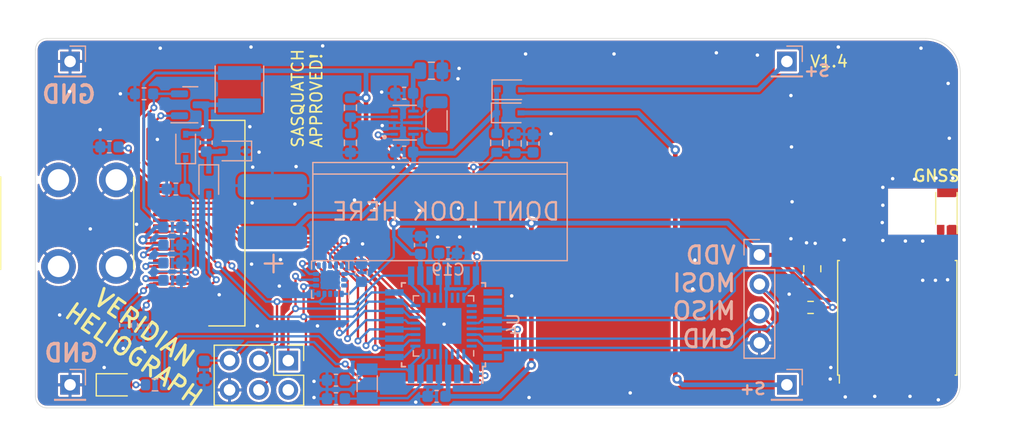
<source format=kicad_pcb>
(kicad_pcb (version 20211014) (generator pcbnew)
  (layers (0 "F.Cu" signal) (31 "B.Cu" signal) (34 "B.Paste" user) (35 "F.Paste" user) (36 "B.SilkS" user "B.Silkscreen") (37 "F.SilkS" user "F.Silkscreen") (38 "B.Mask" user) (39 "F.Mask" user) (44 "Edge.Cuts" user))
  (net 0 "")
  (net 1 "GND")
  (net 2 "VBAT_SENSE")
  (net 3 "VDD")
  (net 4 "GPS_EXINT")
  (net 5 "DISP_CS")
  (net 6 "GPS_UART_MOSI")
  (net 7 "GPS_UART_MISO")
  (net 8 "Net-(D2-Pad2)")
  (net 9 "LED")
  (net 10 "/GPS_RF")
  (net 11 "VBAT")
  (net 12 "Net-(L2-Pad2)")
  (net 21 "RESET")
  (net 28 "SPI_MOSI")
  (net 29 "SPI_CLK")
  (net 30 "SPI_MISO")
  (net 31 "LIS_INT")
  (net 32 "LIS_CS")
  (net 33 "Net-(D1-Pad2)")
  (net 34 "Net-(D3-Pad2)")
  (net 35 "/VCOM")
  (net 36 "/VSL")
  (net 37 "/VSH1")
  (net 38 "/VGL")
  (net 39 "Net-(C22-Pad1)")
  (net 40 "Net-(C22-Pad2)")
  (net 41 "/VGH")
  (net 46 "DISP_BUSY")
  (net 47 "DISP_RES#")
  (net 48 "DISP_DC")
  (net 50 "Net-(C16-Pad1)")
  (net 51 "/VSH2")
  (net 52 "/GDR")
  (net 53 "/RESE")
  (net 54 "Net-(R1-Pad1)")
  (net 55 "Net-(L2-Pad1)")
  (net 77 "XTAL2")
  (net 78 "XTAL1")
  (net 79 "AREF")
  (footprint "Diode_SMD:D_0805_2012Metric" (layer "F.Cu") (at 56.95 80)
    (fp_text reference "D2" hide)
    (fp_text value "LED")
  )
  (footprint "Capacitor_SMD:C_0805_2012Metric" (layer "F.Cu") (at 117.2 69.95 90)
    (fp_text reference "C5" hide)
    (fp_text value "47uF")
  )
  (footprint "Heliograph:M4_RA_7792" (layer "F.Cu") (at 52 66 -90)
    (fp_text reference "J7" hide)
    (fp_text value "Screw_Terminal_01x01")
  )
  (footprint "Capacitor_SMD:C_0402_1005Metric" (layer "F.Cu") (at 128.6 67.75 180)
    (fp_text reference "C1" hide)
    (fp_text value "3.3pF")
  )
  (footprint "RF_GPS:ublox_MAX" (layer "F.Cu") (at 124.55 74.2 90)
    (fp_text reference "U2" hide)
    (fp_text value "MAX-M10Q")
  )
  (footprint "RF_Antenna:Pulse_W3011" (layer "F.Cu") (at 128.8 64.95 180)
    (fp_text reference "AE1" hide)
    (fp_text value "Antenna_Shield")
  )
  (footprint "Resistor_SMD:R_0603_1608Metric" (layer "F.Cu") (at 117.05 73.3)
    (fp_text reference "R7" hide)
    (fp_text value "1M")
  )
  (footprint "Heliograph:ER-CON24HT-1" (layer "F.Cu") (at 62 66 -90)
    (fp_text reference "J1" hide)
    (fp_text value "Conn_01x24_Female")
  )
  (footprint "Connector_PinHeader_2.54mm:PinHeader_2x03_P2.54mm_Vertical" (layer "F.Cu") (at 71.875 77.9 -90)
    (fp_text reference "J4" hide)
    (fp_text value "AVR-ISP-6")
  )
  (footprint "Resistor_SMD:R_0603_1608Metric" (layer "B.Cu") (at 59.4 54.8)
    (fp_text reference "R3" hide)
    (fp_text value "2.2")
  )
  (footprint "Capacitor_SMD:C_0603_1608Metric" (layer "B.Cu") (at 56.4 59.4 180)
    (fp_text reference "C9" hide)
    (fp_text value "1uF")
  )
  (footprint "Capacitor_SMD:C_0603_1608Metric" (layer "B.Cu") (at 62.15 63.05 180)
    (fp_text reference "C20" hide)
    (fp_text value "1uF")
  )
  (footprint "Capacitor_SMD:C_0603_1608Metric" (layer "B.Cu") (at 78.2 70.3 -90)
    (fp_text reference "C26" hide)
    (fp_text value "1uF")
  )
  (footprint "Package_LGA:LGA-16_3x3mm_P0.5mm_LayoutBorder3x5y" (layer "B.Cu") (at 75.5 70.9 90)
    (fp_text reference "U6" hide)
    (fp_text value "LIS3DH" hide)
  )
  (footprint "Capacitor_SMD:C_0603_1608Metric" (layer "B.Cu") (at 76 81.2 180)
    (fp_text reference "C10" hide)
    (fp_text value "11pF")
  )
  (footprint "Connector_PinHeader_2.54mm:PinHeader_1x01_P2.54mm_Vertical" (layer "B.Cu") (at 53 80 180)
    (fp_text reference "J2" hide)
    (fp_text value "GND")
  )
  (footprint "Package_DFN_QFN:QFN-32-1EP_5x5mm_P0.5mm_EP3.1x3.1mm" (layer "B.Cu") (at 85.3 74.9 90)
    (fp_text reference "U3" hide)
    (fp_text value "ATmega328PB-M")
  )
  (footprint "Package_QFP:TQFP-32_7x7mm_P0.8mm" (layer "B.Cu") (at 85.3 74.8 90)
    (fp_text reference "U4")
    (fp_text value "ATmega328PB-A")
  )
  (footprint "Capacitor_SMD:C_0603_1608Metric" (layer "B.Cu") (at 84.7 81 180)
    (fp_text reference "C14" hide)
    (fp_text value "1uF")
  )
  (footprint "Capacitor_SMD:C_0603_1608Metric" (layer "B.Cu") (at 57.8 74.85 90)
    (fp_text reference "C21" hide)
    (fp_text value "1uF")
  )
  (footprint "Resistor_SMD:R_0603_1608Metric" (layer "B.Cu") (at 89.9 59.05 90)
    (fp_text reference "R12" hide)
    (fp_text value "1M")
  )
  (footprint "Inductor_SMD:L_1206_3216Metric" (layer "B.Cu") (at 84.7 57.1 90)
    (fp_text reference "L2" hide)
    (fp_text value "0.47uH")
  )
  (footprint "Connector_PinHeader_2.54mm:PinHeader_1x01_P2.54mm_Vertical" (layer "B.Cu") (at 53 52 180)
    (fp_text reference "J3" hide)
    (fp_text value "GND")
  )
  (footprint "Capacitor_SMD:C_0805_2012Metric" (layer "B.Cu") (at 84.25 52.8 180)
    (fp_text reference "C12" hide)
    (fp_text value "47uF")
  )
  (footprint "Capacitor_SMD:C_0603_1608Metric" (layer "B.Cu") (at 93.05 59.1 -90)
    (fp_text reference "C13" hide)
    (fp_text value "1uF")
  )
  (footprint "Capacitor_SMD:C_0603_1608Metric" (layer "B.Cu") (at 83.3 67.9 90)
    (fp_text reference "C17" hide)
    (fp_text value "1uF")
  )
  (footprint "Capacitor_SMD:C_0603_1608Metric" (layer "B.Cu") (at 61.85 70.95)
    (fp_text reference "C3" hide)
    (fp_text value "1uF")
  )
  (footprint "Capacitor_SMD:C_0603_1608Metric" (layer "B.Cu") (at 64.78 59.025 -90)
    (fp_text reference "C22" hide)
    (fp_text value "1uF")
  )
  (footprint "Diode_SMD:D_SOD-323" (layer "B.Cu") (at 90.95 56.45)
    (fp_text reference "D1" hide)
    (fp_text value "B0530WS-TP")
  )
  (footprint "Heliograph:TPLC3R8-25MR8X20" (layer "B.Cu") (at 74 65)
    (fp_text reference "C8" hide)
    (fp_text value "25F")
  )
  (footprint "Margo_Lib:VREG_TPS63802DLAR" (layer "B.Cu") (at 81.95 57.3)
    (fp_text reference "U1" hide)
    (fp_text value "TPS63802")
  )
  (footprint "Capacitor_SMD:C_0603_1608Metric" (layer "B.Cu") (at 85.7 68.6)
    (fp_text reference "C19")
    (fp_text value "1uF")
  )
  (footprint "Capacitor_SMD:C_0603_1608Metric" (layer "B.Cu") (at 59.35 74.85 -90)
    (fp_text reference "C2" hide)
    (fp_text value "1uF")
  )
  (footprint "Resistor_SMD:R_0603_1608Metric" (layer "B.Cu") (at 77.25 59.05 90)
    (fp_text reference "R4" hide)
    (fp_text value "91k")
  )
  (footprint "Diode_SMD:D_SOD-323" (layer "B.Cu") (at 65 62.45 -90)
    (fp_text reference "D5" hide)
    (fp_text value "B0530WS-TP")
  )
  (footprint "Capacitor_SMD:C_0603_1608Metric" (layer "B.Cu") (at 61.85 67.9)
    (fp_text reference "C16" hide)
    (fp_text value "1uF")
  )
  (footprint "Diode_SMD:D_SOD-323" (layer "B.Cu") (at 91 54.45)
    (fp_text reference "D3" hide)
    (fp_text value "B0530WS-TP")
  )
  (footprint "Diode_SMD:D_SOD-323" (layer "B.Cu") (at 63 59.35 90)
    (fp_text reference "D4" hide)
    (fp_text value "B0530WS-TP")
  )
  (footprint "Capacitor_SMD:C_0603_1608Metric" (layer "B.Cu") (at 64.6 78.7 90)
    (fp_text reference "C18" hide)
    (fp_text value "1uF")
  )
  (footprint "Capacitor_SMD:C_0603_1608Metric" (layer "B.Cu") (at 61.85 69.45)
    (fp_text reference "C6" hide)
    (fp_text value "1uF")
  )
  (footprint "Capacitor_SMD:C_0603_1608Metric" (layer "B.Cu") (at 81.9 54.75)
    (fp_text reference "C11" hide)
    (fp_text value "10nF")
  )
  (footprint "Connector_PinHeader_2.54mm:PinHeader_1x01_P2.54mm_Vertical" (layer "B.Cu") (at 115 52 180)
    (fp_text reference "J6" hide)
    (fp_text value "Solar1+")
  )
  (footprint "Resistor_SMD:R_0603_1608Metric" (layer "B.Cu") (at 60.35 80)
    (fp_text reference "R2" hide)
    (fp_text value "149")
  )
  (footprint "Capacitor_SMD:C_0603_1608Metric" (layer "B.Cu") (at 76 79.6 180)
    (fp_text reference "C4" hide)
    (fp_text value "11pF")
  )
  (footprint "Resistor_SMD:R_0603_1608Metric" (layer "B.Cu") (at 91.5 59.1 -90)
    (fp_text reference "R13" hide)
    (fp_text value "1M")
  )
  (footprint "Connector_PinHeader_2.54mm:PinHeader_1x01_P2.54mm_Vertical" (layer "B.Cu") (at 115 80 180)
    (fp_text reference "J5" hide)
    (fp_text value "Solar2+")
  )
  (footprint "Connector_PinSocket_2.54mm:PinSocket_1x04_P2.54mm_Vertical" (layer "B.Cu") (at 112.625 68.75 180)
    (fp_text reference "J8" hide)
    (fp_text value "Conn_01x04_Male")
  )
  (footprint "Resistor_SMD:R_0603_1608Metric" (layer "B.Cu") (at 77.25 56 90)
    (fp_text reference "R1" hide)
    (fp_text value "432k")
  )
  (footprint "Diode_SMD:D_SOD-323" (layer "B.Cu") (at 67.2 59.75 180)
    (fp_text reference "D6" hide)
    (fp_text value "B0530WS-TP")
  )
  (footprint "Inductor_SMD:L_Taiyo-Yuden_NR-40xx" (layer "B.Cu") (at 67.65 54.4 -90)
    (fp_text reference "L1" hide)
    (fp_text value "47uH")
  )
  (footprint "Package_TO_SOT_SMD:SOT-23" (layer "B.Cu") (at 63.4 55.75)
    (fp_text reference "Q1" hide)
    (fp_text value "Q_NMOS_GSD")
  )
  (footprint "Capacitor_SMD:C_0603_1608Metric" (layer "B.Cu") (at 81.9 59.85)
    (fp_text reference "C7" hide)
    (fp_text value "1uF")
  )
  (footprint "Crystal:Crystal_SMD_3215-2Pin_3.2x1.5mm" (layer "B.Cu") (at 78.7 79.9 -90)
    (fp_text reference "Y1" hide)
    (fp_text value "32.768")
  )
  (footprint "Capacitor_SMD:C_0603_1608Metric" (layer "B.Cu") (at 61.85 66.35 180)
    (fp_text reference "C15" hide)
    (fp_text value "1uF")
  )
  (gr_arc (start 127 50) (mid 129.12132 50.87868) (end 130 53) (layer "Edge.Cuts") (width 0.05))
  (gr_line (start 130 53) (end 130 80) (layer "Edge.Cuts") (width 0.05))
  (gr_arc (start 50 51) (mid 50.292894 50.292894) (end 51 50) (layer "Edge.Cuts") (width 0.05))
  (gr_line (start 128 82) (end 51 82) (layer "Edge.Cuts") (width 0.05))
  (gr_arc (start 51 82) (mid 50.292894 81.707106) (end 50 81) (layer "Edge.Cuts") (width 0.05))
  (gr_arc (start 130 80) (mid 129.414214 81.414214) (end 128 82) (layer "Edge.Cuts") (width 0.05))
  (gr_line (start 50 51) (end 50 81) (layer "Edge.Cuts") (width 0.05))
  (gr_line (start 51 50) (end 127 50) (layer "Edge.Cuts") (width 0.05))
  (gr_text "GND" (at 53.1 77.25) (layer "B.SilkS") (effects (font (size 1.5 1.5) (thickness 0.3)) (justify mirror)))
  (gr_text "S+" (at 117.6 52.8) (layer "B.SilkS") (effects (font (size 1 1) (thickness 0.2)) (justify mirror)))
  (gr_text "S+" (at 112.05 80.35) (layer "B.SilkS") (effects (font (size 1 1) (thickness 0.2)) (justify mirror)))
  (gr_text "GND" (at 52.9 54.85) (layer "B.SilkS") (effects (font (size 1.5 1.5) (thickness 0.3)) (justify mirror)))
  (gr_text "DONT LOOK HERE " (at 84.95 65) (layer "B.SilkS") (effects (font (size 1.5 1.5) (thickness 0.2)) (justify mirror)))
  (gr_text "VDD\nMOSI\nMISO\nGND" (at 110.725 72.4) (layer "B.SilkS") (effects (font (size 1.5 1.5) (thickness 0.25)) (justify left mirror)))
  (gr_text "V1.4" (at 118.65 52) (layer "F.SilkS") (effects (font (size 1 1))))
  (gr_text "VERIDIAN \nHELIOGRAPH" (at 59.2 76.4 325) (layer "F.SilkS") (effects (font (size 1.5 1.5) (thickness 0.25))))
  (gr_text "SASQUATCH \nAPPROVED!" (at 73.5 59.55 90) (layer "F.SilkS") (effects (font (size 1 1)) (justify left)))
  (gr_text "GNSS" (at 127.95 61.9) (layer "F.SilkS") (effects (font (size 1 1) (thickness 0.18))))
  (via (at 72.55 61.1) (size 0.6) (drill 0.3) (layers "F.Cu" "B.Cu") (net 1))
  (via (at 55.95 78.5) (size 0.6) (drill 0.3) (layers "F.Cu" "B.Cu") (net 1))
  (via (at 74.1 79.7) (size 0.6) (drill 0.3) (layers "F.Cu" "B.Cu") (net 1))
  (via (at 115.45 64.15) (size 0.6) (drill 0.3) (layers "F.Cu" "B.Cu") (net 1))
  (via (at 84.8 67.2) (size 0.6) (drill 0.3) (layers "F.Cu" "B.Cu") (net 1))
  (via (at 123.3 64.45) (size 0.6) (drill 0.3) (layers "F.Cu" "B.Cu") (net 1))
  (via (at 128.95 53.9) (size 0.6) (drill 0.3) (layers "F.Cu" "B.Cu") (net 1))
  (via (at 74.1 81.1) (size 0.6) (drill 0.3) (layers "F.Cu" "B.Cu") (net 1))
  (via (at 119.95 67.45) (size 0.6) (drill 0.3) (layers "F.Cu" "B.Cu") (net 1))
  (via (at 112.45 51.45) (size 0.6) (drill 0.3) (layers "F.Cu" "B.Cu") (net 1))
  (via (at 68.65 50.75) (size 0.6) (drill 0.3) (layers "F.Cu" "B.Cu") (net 1))
  (via (at 115.35 54.95) (size 0.6) (drill 0.3) (layers "F.Cu" "B.Cu") (net 1))
  (via (at 86.6 64.7) (size 0.6) (drill 0.3) (layers "F.Cu" "B.Cu") (net 1))
  (via (at 80 57.55) (size 0.6) (drill 0.3) (layers "F.Cu" "B.Cu") (net 1))
  (via (at 92.4 51.35) (size 0.6) (drill 0.3) (layers "F.Cu" "B.Cu") (net 1))
  (via (at 126.05 62.2) (size 0.6) (drill 0.3) (layers "F.Cu" "B.Cu") (net 1))
  (via (at 68.75 64.25) (size 0.6) (drill 0.3) (layers "F.Cu" "B.Cu") (net 1))
  (via (at 74.85 50.65) (size 0.6) (drill 0.3) (layers "F.Cu" "B.Cu") (net 1))
  (via (at 83.2 64.9) (size 0.6) (drill 0.3) (layers "F.Cu" "B.Cu") (net 1))
  (via (at 128.1 81.3) (size 0.6) (drill 0.3) (layers "F.Cu" "B.Cu") (net 1))
  (via (at 69.2 74.9) (size 0.6) (drill 0.3) (layers "F.Cu" "B.Cu") (net 1))
  (via (at 118.75 79.5) (size 0.6) (drill 0.3) (layers "F.Cu" "B.Cu") (net 1))
  (via (at 119.45 50.75) (size 0.6) (drill 0.3) (layers "F.Cu" "B.Cu") (net 1))
  (via (at 59.2 76.75) (size 0.6) (drill 0.3) (layers "F.Cu" "B.Cu") (net 1))
  (via (at 68.55 57.65) (size 0.6) (drill 0.3) (layers "F.Cu" "B.Cu") (net 1))
  (via (at 82.9 81.5) (size 0.6) (drill 0.3) (layers "F.Cu" "B.Cu") (net 1))
  (via (at 92.7 81.1) (size 0.6) (drill 0.3) (layers "F.Cu" "B.Cu") (net 1))
  (via (at 126.75 70.95) (size 0.6) (drill 0.3) (layers "F.Cu" "B.Cu") (net 1))
  (via (at 52.95 54.6) (size 0.6) (drill 0.3) (layers "F.Cu" "B.Cu") (net 1))
  (via (at 125.25 67.55) (size 0.6) (drill 0.3) (layers "F.Cu" "B.Cu") (net 1))
  (via (at 106.85 71.7) (size 0.6) (drill 0.3) (layers "F.Cu" "B.Cu") (net 1))
  (via (at 122.6 81) (size 0.6) (drill 0.3) (layers "F.Cu" "B.Cu") (net 1))
  (via (at 80.95 61.15) (size 0.6) (drill 0.3) (layers "F.Cu" "B.Cu") (net 1))
  (via (at 60.55 58.75) (size 0.6) (drill 0.3) (layers "F.Cu" "B.Cu") (net 1))
  (via (at 128.9 70.9) (size 0.6) (drill 0.3) (layers "F.Cu" "B.Cu") (net 1))
  (via (at 127.85 70.95) (size 0.6) (drill 0.3) (layers "F.Cu" "B.Cu") (net 1))
  (via (at 107.05 69.2) (size 0.6) (drill 0.3) (layers "F.Cu" "B.Cu") (net 1))
  (via (at 125.65 81) (size 0.6) (drill 0.3) (layers "F.Cu" "B.Cu") (net 1))
  (via (at 57.35 54.8) (size 0.6) (drill 0.3) (layers "F.Cu" "B.Cu") (net 1))
  (via (at 94.6 58.25) (size 0.6) (drill 0.3) (layers "F.Cu" "B.Cu") (net 1))
  (via (at 100.05 51.35) (size 0.6) (drill 0.3) (layers "F.Cu" "B.Cu") (net 1))
  (via (at 55.6 57.9) (size 0.6) (drill 0.3) (layers "F.Cu" "B.Cu") (net 1))
  (via (at 126.75 67.55) (size 0.6) (drill 0.3) (layers "F.Cu" "B.Cu") (net 1))
  (via (at 123.3 62.9) (size 0.6) (drill 0.3) (layers "F.Cu" "B.Cu") (net 1))
  (via (at 126.6 50.85) (size 0.6) (drill 0.3) (layers "F.Cu" "B.Cu") (net 1))
  (via (at 54.75 66.5) (size 0.6) (drill 0.3) (layers "F.Cu" "B.Cu") (net 1))
  (via (at 74.4 74.9) (size 0.6) (drill 0.3) (layers "F.Cu" "B.Cu") (net 1))
  (via (at 115.2 72.15) (size 0.6) (drill 0.3) (layers "F.Cu" "B.Cu") (net 1))
  (via (at 79.95 54.65) (size 0.6) (drill 0.3) (layers "F.Cu" "B.Cu") (net 1))
  (via (at 71.2 69.1595) (size 0.6) (drill 0.3) (layers "F.Cu" "B.Cu") (net 1))
  (via (at 117.45 67.75) (size 0.6) (drill 0.3) (layers "F.Cu" "B.Cu") (net 1))
  (via (at 91.2 72.3) (size 0.6) (drill 0.3) (layers "F.Cu" "B.Cu") (net 1))
  (via (at 58.75 66.1) (size 0.6) (drill 0.3) (layers "F.Cu" "B.Cu") (net 1))
  (via (at 68.7 69.55) (size 0.6) (drill 0.3) (layers "F.Cu" "B.Cu") (net 1))
  (via (at 65.9 72.2) (size 0.6) (drill 0.3) (layers "F.Cu" "B.Cu") (net 1))
  (via (at 108.9 51.25) (size 0.6) (drill 0.3) (layers "F.Cu" "B.Cu") (net 1))
  (via (at 123.3 67.5) (size 0.6) (drill 0.3) (layers "F.Cu" "B.Cu") (net 1))
  (via (at 115.35 67.35) (size 0.6) (drill 0.3) (layers "F.Cu" "B.Cu") (net 1))
  (via (at 118.8 78.5) (size 0.6) (drill 0.3) (layers "F.Cu" "B.Cu") (net 1))
  (via (at 86.65 52.6) (size 0.6) (drill 0.3) (layers "F.Cu" "B.Cu") (net 1))
  (via (at 57.6 76.85) (size 0.6) (drill 0.3) (layers "F.Cu" "B.Cu") (net 1))
  (via (at 129.35 62.1) (size 0.6) (drill 0.3) (layers "F.Cu" "B.Cu") (net 1))
  (via (at 69.35 59.85) (size 0.6) (drill 0.3) (layers "F.Cu" "B.Cu") (net 1))
  (via (at 115.4 59.4) (size 0.6) (drill 0.3) (layers "F.Cu" "B.Cu") (net 1))
  (via (at 129.05 58.65) (size 0.6) (drill 0.3) (layers "F.Cu" "B.Cu") (net 1))
  (via (at 127.9 62.1) (size 0.6) (drill 0.3) (layers "F.Cu" "B.Cu") (net 1))
  (via (at 124.15 62.15) (size 0.6) (drill 0.3) (layers "F.Cu" "B.Cu") (net 1))
  (via (at 68.8 61.15) (size 0.6) (drill 0.3) (layers "F.Cu" "B.Cu") (net 1))
  (via (at 77.6 64) (size 0.6) (drill 0.3) (layers "F.Cu" "B.Cu") (net 1))
  (via (at 52.1 73.95) (size 0.6) (drill 0.3) (layers "F.Cu" "B.Cu") (net 1))
  (via (at 86.55 53.5) (size 0.6) (drill 0.3) (layers "F.Cu" "B.Cu") (net 1))
  (via (at 71.1 71.45) (size 0.6) (drill 0.3) (layers "F.Cu" "B.Cu") (net 1))
  (via (at 86.7 67.2) (size 0.6) (drill 0.3) (layers "F.Cu" "B.Cu") (net 1))
  (via (at 72.45 64.35) (size 0.6) (drill 0.3) (layers "F.Cu" "B.Cu") (net 1))
  (via (at 60.8 50.85) (size 0.6) (drill 0.3) (layers "F.Cu" "B.Cu") (net 1))
  (via (at 123.25 65.95) (size 0.6) (drill 0.3) (layers "F.Cu" "B.Cu") (net 1))
  (via (at 78.3 67.8) (size 0.6) (drill 0.3) (layers "F.Cu" "B.Cu") (net 1))
  (via (at 120.05 81.05) (size 0.6) (drill 0.3) (layers "F.Cu" "B.Cu") (net 1))
  (via (at 101.45 80.7) (size 0.6) (drill 0.3) (layers "F.Cu" "B.Cu") (net 1))
  (via (at 116.7 67.7) (size 0.6) (drill 0.3) (layers "F.Cu" "B.Cu") (net 1))
  (via (at 85.35 74.75) (size 0.6) (drill 0.3) (layers "F.Cu" "B.Cu") (net 1))
  (segment (start 81.7 59.275) (end 81.125 59.85) (width 0.2) (layer "B.Cu") (net 1))
  (segment (start 81.7 57.3) (end 81.7 55.325) (width 0.2) (layer "B.Cu") (net 1))
  (segment (start 85.35 74.75) (end 85.3 74.8) (width 0.2) (layer "B.Cu") (net 1))
  (segment (start 85.05 78.9) (end 84.9 79.05) (width 0.2) (layer "B.Cu") (net 1))
  (segment (start 81.7 57.3) (end 81.05 57.3) (width 0.2) (layer "B.Cu") (net 1))
  (segment (start 84.9 79.05) (end 84.9 80.025) (width 0.2) (layer "B.Cu") (net 1))
  (segment (start 85.55 74.55) (end 85.35 74.75) (width 0.2) (layer "B.Cu") (net 1))
  (segment (start 85.55 70.7) (end 85.7 70.55) (width 0.2) (layer "B.Cu") (net 1))
  (segment (start 85.55 72.3625) (end 85.55 74.55) (width 0.2) (layer "B.Cu") (net 1))
  (segment (start 85.55 72.3625) (end 85.55 70.7) (width 0.2) (layer "B.Cu") (net 1))
  (segment (start 85.05 77.2375) (end 85.05 75.05) (width 0.2) (layer "B.Cu") (net 1))
  (segment (start 82.5 57.3) (end 81.7 57.3) (width 0.2) (layer "B.Cu") (net 1))
  (segment (start 85.7 70.55) (end 85.7 69.375) (width 0.2) (layer "B.Cu") (net 1))
  (segment (start 84.9 80.025) (end 83.925 81) (width 0.2) (layer "B.Cu") (net 1))
  (segment (start 81.7 55.325) (end 81.125 54.75) (width 0.2) (layer "B.Cu") (net 1))
  (segment (start 81.7 57.3) (end 81.7 59.275) (width 0.2) (layer "B.Cu") (net 1))
  (segment (start 85.7 69.375) (end 86.475 68.6) (width 0.2) (layer "B.Cu") (net 1))
  (segment (start 85.05 75.05) (end 85.3 74.8) (width 0.2) (layer "B.Cu") (net 1))
  (segment (start 85.05 77.2375) (end 85.05 78.9) (width 0.2) (layer "B.Cu") (net 1))
  (segment (start 82.55 61.25) (end 79.65 58.35) (width 0.2) (layer "F.Cu") (net 2))
  (segment (start 87.9 61.15) (end 87.9 68.6) (width 0.2) (layer "F.Cu") (net 2))
  (segment (start 87.8 61.25) (end 82.55 61.25) (width 0.2) (layer "F.Cu") (net 2))
  (segment (start 87.9 68.6) (end 88.2 68.9) (width 0.2) (layer "F.Cu") (net 2))
  (segment (start 87.9 61.15) (end 87.8 61.25) (width 0.2) (layer "F.Cu") (net 2))
  (via (at 87.9 61.15) (size 0.6) (drill 0.3) (layers "F.Cu" "B.Cu") (net 2))
  (via (at 88.2 68.9) (size 0.6) (drill 0.3) (layers "F.Cu" "B.Cu") (net 2))
  (via (at 79.65 58.35) (size 0.6) (drill 0.3) (layers "F.Cu" "B.Cu") (net 2))
  (segment (start 88.2 68.9) (end 88.2 70.45) (width 0.2) (layer "B.Cu") (net 2))
  (segment (start 88.625 61.15) (end 89.9 59.875) (width 0.2) (layer "B.Cu") (net 2))
  (segment (start 87.9 61.15) (end 88.625 61.15) (width 0.2) (layer "B.Cu") (net 2))
  (segment (start 88.2 70.45) (end 88.1 70.55) (width 0.2) (layer "B.Cu") (net 2))
  (segment (start 88.1 71.3125) (end 88.1 70.55) (width 0.2) (layer "B.Cu") (net 2))
  (segment (start 87.05 72.3625) (end 88.1 71.3125) (width 0.2) (layer "B.Cu") (net 2))
  (segment (start 79.7 58.3) (end 81.05 58.3) (width 0.2) (layer "B.Cu") (net 2))
  (segment (start 79.65 58.35) (end 79.7 58.3) (width 0.2) (layer "B.Cu") (net 2))
  (segment (start 93.05 59.875) (end 89.9 59.875) (width 0.2) (layer "B.Cu") (net 2))
  (segment (start 125.65 78.95) (end 125.65 74.9) (width 0.35) (layer "F.Cu") (net 3))
  (segment (start 127.85 78.95) (end 127.85 77.1) (width 0.35) (layer "F.Cu") (net 3))
  (segment (start 125.65 74.9) (end 124.15 73.4) (width 0.35) (layer "F.Cu") (net 3))
  (segment (start 59.6 67.75) (end 59.3 67.45) (width 0.2) (layer "F.Cu") (net 3))
  (segment (start 127.85 77.1) (end 126.75 76) (width 0.35) (layer "F.Cu") (net 3))
  (segment (start 126.75 76) (end 125.65 74.9) (width 0.35) (layer "F.Cu") (net 3))
  (segment (start 112.625 68.75) (end 113.95 68.75) (width 0.35) (layer "F.Cu") (net 3))
  (segment (start 117.2 70.9) (end 118.4 72.1) (width 0.35) (layer "F.Cu") (net 3))
  (segment (start 118.4 72.1) (end 122.85 72.1) (width 0.35) (layer "F.Cu") (net 3))
  (segment (start 78.6 55.15) (end 78.6 63.6) (width 0.4) (layer "F.Cu") (net 3))
  (segment (start 78.6 63.6) (end 81 66) (width 0.4) (layer "F.Cu") (net 3))
  (segment (start 60.8 67.75) (end 59.6 67.75) (width 0.2) (layer "F.Cu") (net 3))
  (segment (start 92.9 78.3) (end 92.9 66) (width 0.4) (layer "F.Cu") (net 3))
  (segment (start 122.85 72.1) (end 124.15 73.4) (width 0.35) (layer "F.Cu") (net 3))
  (segment (start 126.75 78.95) (end 126.75 76) (width 0.35) (layer "F.Cu") (net 3))
  (segment (start 113.95 68.75) (end 116.1 70.9) (width 0.35) (layer "F.Cu") (net 3))
  (segment (start 116.1 70.9) (end 117.2 70.9) (width 0.35) (layer "F.Cu") (net 3))
  (segment (start 60.8 67.25) (end 59.5 67.25) (width 0.2) (layer "F.Cu") (net 3))
  (segment (start 59.5 67.25) (end 59.3 67.45) (width 0.2) (layer "F.Cu") (net 3))
  (via (at 92.9 66) (size 0.8) (drill 0.4) (layers "F.Cu" "B.Cu") (net 3))
  (via (at 78.6 55.15) (size 0.8) (drill 0.4) (layers "F.Cu" "B.Cu") (net 3))
  (via (at 59.3 67.45) (size 0.8) (drill 0.4) (layers "F.Cu" "B.Cu") (net 3))
  (via (at 81 66) (size 0.8) (drill 0.4) (layers "F.Cu" "B.Cu") (net 3))
  (via (at 92.9 78.3) (size 0.8) (drill 0.4) (layers "F.Cu" "B.Cu") (net 3))
  (segment (start 61.075 66.35) (end 59.37452 64.64952) (width 0.25) (layer "B.Cu") (net 3))
  (segment (start 78.2 71.075) (end 77.15 72.125) (width 0.2) (layer "B.Cu") (net 3))
  (segment (start 81 67.2) (end 82.475 68.675) (width 0.3) (layer "B.Cu") (net 3))
  (segment (start 85.7 79.05) (end 85.55 78.9) (width 0.2) (layer "B.Cu") (net 3))
  (segment (start 76.725 70.4) (end 77.525 70.4) (width 0.2) (layer "B.Cu") (net 3))
  (segment (start 92.9 66) (end 109.875 66) (width 0.4) (layer "B.Cu") (net 3))
  (segment (start 61.075 66.35) (end 60.4 66.35) (width 0.35) (layer "B.Cu") (net 3))
  (segment (start 60.4 66.35) (end 59.3 67.45) (width 0.35) (layer "B.Cu") (net 3))
  (segment (start 85.7 79.05) (end 85.7 80.775) (width 0.4) (layer "B.Cu") (net 3))
  (segment (start 78.6 52.9) (end 78.6 55.15) (width 0.4) (layer "B.Cu") (net 3))
  (segment (start 85.55 78.9) (end 85.55 77.2375) (width 0.2) (layer "B.Cu") (net 3))
  (segment (start 60.35 53) (end 67.65 53) (width 0.25) (layer "B.Cu") (net 3))
  (segment (start 81 68.926789) (end 81 67.2) (width 0.2) (layer "B.Cu") (net 3))
  (segment (start 83.3 70.55) (end 83.3 68.675) (width 0.4) (layer "B.Cu") (net 3))
  (segment (start 59.37452 53.97548) (end 60.35 53) (width 0.25) (layer "B.Cu") (net 3))
  (segment (start 59.37452 64.64952) (end 59.37452 53.97548) (width 0.25) (layer "B.Cu") (net 3))
  (segment (start 78.575 55.175) (end 78.6 55.15) (width 0.35) (layer "B.Cu") (net 3))
  (segment (start 82.7 54.775) (end 82.675 54.75) (width 0.2) (layer "B.Cu") (net 3))
  (segment (start 77.525 70.4) (end 78.2 71.075) (width 0.2) (layer "B.Cu") (net 3))
  (segment (start 67.85 52.8) (end 67.65 53) (width 0.4) (layer "B.Cu") (net 3))
  (segment (start 81 66) (end 81 67.2) (width 0.3) (layer "B.Cu") (net 3))
  (segment (start 111.7 67.825) (end 112.625 68.75) (width 0.3) (layer "B.Cu") (net 3))
  (segment (start 109.875 66) (end 112.625 68.75) (width 0.4) (layer "B.Cu") (net 3))
  (segment (start 84.05 72.013027) (end 83.3 71.263027) (width 0.2) (layer "B.Cu") (net 3))
  (segment (start 85.7 80.775) (end 85.475 81) (width 0.2) (layer "B.Cu") (net 3))
  (segment (start 83.3 71.263027) (end 83.3 70.55) (width 0.2) (layer "B.Cu") (net 3))
  (segment (start 78.851789 71.075) (end 81 68.926789) (width 0.2) (layer "B.Cu") (net 3))
  (segment (start 82.7 56.3) (end 82.7 54.775) (width 0.25) (layer "B.Cu") (net 3))
  (segment (start 85.475 81) (end 90.2 81) (width 0.4) (layer "B.Cu") (net 3))
  (segment (start 78.7 52.8) (end 67.85 52.8) (width 0.4) (layer "B.Cu") (net 3))
  (segment (start 82.475 68.675) (end 83.3 68.675) (width 0.3) (layer "B.Cu") (net 3))
  (segment (start 90.2 81) (end 92.9 78.3) (width 0.4) (layer "B.Cu") (net 3))
  (segment (start 82.675 54.75) (end 82.675 52.9) (width 0.4) (layer "B.Cu") (net 3))
  (segment (start 78.2 71.075) (end 78.851789 71.075) (width 0.2) (layer "B.Cu") (net 3))
  (segment (start 77.15 72.125) (end 76.5 72.125) (width 0.2) (layer "B.Cu") (net 3))
  (segment (start 84.05 72.4625) (end 84.05 72.013027) (width 0.2) (layer "B.Cu") (net 3))
  (segment (start 77.25 55.175) (end 78.575 55.175) (width 0.35) (layer "B.Cu") (net 3))
  (segment (start 81 66) (end 92.9 66) (width 0.4) (layer "B.Cu") (net 3))
  (segment (start 82.775 52.8) (end 78.7 52.8) (width 0.4) (layer "B.Cu") (net 3))
  (segment (start 118.95 73.3) (end 117.875 73.3) (width 0.2) (layer "F.Cu") (net 4))
  (segment (start 124.55 76.1) (end 121.75 73.3) (width 0.2) (layer "F.Cu") (net 4))
  (segment (start 124.55 78.95) (end 124.55 76.1) (width 0.2) (layer "F.Cu") (net 4))
  (segment (start 121.75 73.3) (end 118.95 73.3) (width 0.2) (layer "F.Cu") (net 4))
  (via (at 118.95 73.3) (size 0.6) (drill 0.3) (layers "F.Cu" "B.Cu") (net 4))
  (segment (start 107.945913 74.4) (end 110.5 71.845913) (width 0.2) (layer "B.Cu") (net 4))
  (segment (start 111.2 70.1) (end 115.75 70.1) (width 0.2) (layer "B.Cu") (net 4))
  (segment (start 89.55 74.4) (end 107.945913 74.4) (width 0.2) (layer "B.Cu") (net 4))
  (segment (start 88.35 74.65) (end 87.7375 74.65) (width 0.2) (layer "B.Cu") (net 4))
  (segment (start 88.6 74.4) (end 88.35 74.65) (width 0.2) (layer "B.Cu") (net 4))
  (segment (start 89.55 74.4) (end 88.6 74.4) (width 0.2) (layer "B.Cu") (net 4))
  (segment (start 115.75 70.1) (end 118.95 73.3) (width 0.2) (layer "B.Cu") (net 4))
  (segment (start 110.5 71.845913) (end 110.5 70.8) (width 0.2) (layer "B.Cu") (net 4))
  (segment (start 110.5 70.8) (end 111.2 70.1) (width 0.2) (layer "B.Cu") (net 4))
  (segment (start 67.391238 68.6) (end 74.6 68.6) (width 0.2) (layer "F.Cu") (net 5))
  (segment (start 60.8 65.75) (end 64.541238 65.75) (width 0.2) (layer "F.Cu") (net 5))
  (segment (start 74.6 68.6) (end 77 71) (width 0.2) (layer "F.Cu") (net 5))
  (segment (start 77 71) (end 77 76) (width 0.2) (layer "F.Cu") (net 5))
  (segment (start 64.541238 65.75) (end 67.391238 68.6) (width 0.2) (layer "F.Cu") (net 5))
  (via (at 77 76) (size 0.6) (drill 0.3) (layers "F.Cu" "B.Cu") (net 5))
  (segment (start 82.8625 74.65) (end 82.25 74.65) (width 0.2) (layer "B.Cu") (net 5))
  (segment (start 82 74.4) (end 81.05 74.4) (width 0.2) (layer "B.Cu") (net 5))
  (segment (start 78.6 74.4) (end 77 76) (width 0.2) (layer "B.Cu") (net 5))
  (segment (start 81.05 74.4) (end 78.6 74.4) (width 0.2) (layer "B.Cu") (net 5))
  (segment (start 82.25 74.65) (end 82 74.4) (width 0.2) (layer "B.Cu") (net 5))
  (segment (start 112.625 71.29) (end 112.625 71.6575) (width 0.2) (layer "F.Cu") (net 6))
  (segment (start 115.7175 74.75) (end 120.1 74.75) (width 0.2) (layer "F.Cu") (net 6))
  (segment (start 120.1 74.75) (end 122.35 77) (width 0.2) (layer "F.Cu") (net 6))
  (segment (start 112.625 71.6575) (end 115.7175 74.75) (width 0.2) (layer "F.Cu") (net 6))
  (segment (start 122.35 77) (end 122.35 78.95) (width 0.2) (layer "F.Cu") (net 6))
  (segment (start 89.55 76.8) (end 110.2 76.8) (width 0.2) (layer "B.Cu") (net 6))
  (segment (start 88.880405 76.8) (end 89.55 76.8) (width 0.2) (layer "B.Cu") (net 6))
  (segment (start 113.2 75.2) (end 114 74.4) (width 0.2) (layer "B.Cu") (net 6))
  (segment (start 111.8 75.2) (end 113.2 75.2) (width 0.2) (layer "B.Cu") (net 6))
  (segment (start 110.2 76.8) (end 111.8 75.2) (width 0.2) (layer "B.Cu") (net 6))
  (segment (start 88.230405 76.15) (end 88.880405 76.8) (width 0.2) (layer "B.Cu") (net 6))
  (segment (start 87.7375 76.15) (end 88.230405 76.15) (width 0.2) (layer "B.Cu") (net 6))
  (segment (start 114 74.4) (end 114 72.665) (width 0.2) (layer "B.Cu") (net 6))
  (segment (start 114 72.665) (end 112.625 71.29) (width 0.2) (layer "B.Cu") (net 6))
  (segment (start 121.25 78.95) (end 121.25 77.9) (width 0.2) (layer "F.Cu") (net 7))
  (segment (start 114.445 75.65) (end 112.625 73.83) (width 0.2) (layer "F.Cu") (net 7))
  (segment (start 119 75.65) (end 114.445 75.65) (width 0.2) (layer "F.Cu") (net 7))
  (segment (start 121.25 77.9) (end 119 75.65) (width 0.2) (layer "F.Cu") (net 7))
  (segment (start 87.7375 75.65) (end 88.405978 75.65) (width 0.2) (layer "B.Cu") (net 7))
  (segment (start 89.55 76) (end 109.9775 76) (width 0.2) (layer "B.Cu") (net 7))
  (segment (start 88.405978 75.65) (end 88.755978 76) (width 0.2) (layer "B.Cu") (net 7))
  (segment (start 112.1475 73.83) (end 112.625 73.83) (width 0.2) (layer "B.Cu") (net 7))
  (segment (start 109.9775 76) (end 112.1475 73.83) (width 0.2) (layer "B.Cu") (net 7))
  (segment (start 88.755978 76) (end 89.55 76) (width 0.2) (layer "B.Cu") (net 7))
  (segment (start 57.8875 80) (end 58.7 80) (width 0.2) (layer "F.Cu") (net 8))
  (via (at 58.7 80) (size 0.6) (drill 0.3) (layers "F.Cu" "B.Cu") (net 8))
  (segment (start 58.7 80) (end 59.525 80) (width 0.2) (layer "B.Cu") (net 8))
  (segment (start 76.3 77.6) (end 74.5 75.8) (width 0.2) (layer "B.Cu") (net 9))
  (segment (start 82.8625 76.65) (end 81.9125 77.6) (width 0.2) (layer "B.Cu") (net 9))
  (segment (start 81.9125 77.6) (end 81.05 77.6) (width 0.2) (layer "B.Cu") (net 9))
  (segment (start 74.5 75.8) (end 62.4 75.8) (width 0.2) (layer "B.Cu") (net 9))
  (segment (start 62.4 75.8) (end 61.175 77.025) (width 0.2) (layer "B.Cu") (net 9))
  (segment (start 61.175 77.025) (end 61.175 80) (width 0.2) (layer "B.Cu") (net 9))
  (segment (start 81.05 77.6) (end 76.3 77.6) (width 0.2) (layer "B.Cu") (net 9))
  (segment (start 89.9 56.45) (end 89.75 56.45) (width 0.35) (layer "B.Cu") (net 11))
  (segment (start 86.25 59.95) (end 89.75 56.45) (width 0.4) (layer "B.Cu") (net 11))
  (segment (start 82.675 59.85) (end 82.775 59.95) (width 0.4) (layer "B.Cu") (net 11))
  (segment (start 89.9 58.225) (end 89.9 56.45) (width 0.4) (layer "B.Cu") (net 11))
  (segment (start 82.7 58.3) (end 82.7 59.825) (width 0.25) (layer "B.Cu") (net 11))
  (segment (start 82.775 59.95) (end 86.25 59.95) (width 0.4) (layer "B.Cu") (net 11))
  (segment (start 73.65 65.4) (end 71.8 67.25) (width 0.4) (layer "B.Cu") (net 11))
  (segment (start 89.9 54.45) (end 89.9 56.45) (width 0.4) (layer "B.Cu") (net 11))
  (segment (start 82.725 60.925) (end 78.25 65.4) (width 0.4) (layer "B.Cu") (net 11))
  (segment (start 71.8 67.25) (end 69.5 67.25) (width 0.4) (layer "B.Cu") (net 11))
  (segment (start 78.25 65.4) (end 73.65 65.4) (width 0.4) (layer "B.Cu") (net 11))
  (segment (start 82.725 59.85) (end 82.725 60.925) (width 0.4) (layer "B.Cu") (net 11))
  (segment (start 83.425 56.8) (end 84.7 55.525) (width 0.2) (layer "B.Cu") (net 12))
  (segment (start 82.7 56.8) (end 83.425 56.8) (width 0.2) (layer "B.Cu") (net 12))
  (segment (start 89.5 80) (end 91.7 77.8) (width 0.2) (layer "F.Cu") (net 21))
  (segment (start 78.6 80) (end 89.5 80) (width 0.2) (layer "F.Cu") (net 21))
  (segment (start 76.8 78.2) (end 78.6 80) (width 0.2) (layer "F.Cu") (net 21))
  (segment (start 91.7 77.8) (end 91.7 75.2) (width 0.2) (layer "F.Cu") (net 21))
  (via (at 91.7 75.2) (size 0.6) (drill 0.3) (layers "F.Cu" "B.Cu") (net 21))
  (via (at 76.8 78.2) (size 0.6) (drill 0.3) (layers "F.Cu" "B.Cu") (net 21))
  (segment (start 76.8 78.2) (end 76 78.2) (width 0.2) (layer "B.Cu") (net 21))
  (segment (start 76 78.2) (end 74.1 76.3) (width 0.2) (layer "B.Cu") (net 21))
  (segment (start 64.6 77.925) (end 64.625 77.9) (width 0.2) (layer "B.Cu") (net 21))
  (segment (start 74.1 76.3) (end 68.395 76.3) (width 0.2) (layer "B.Cu") (net 21))
  (segment (start 68.395 76.3) (end 66.795 77.9) (width 0.2) (layer "B.Cu") (net 21))
  (segment (start 87.7375 75.15) (end 89.5 75.15) (width 0.2) (layer "B.Cu") (net 21))
  (segment (start 89.55 75.2) (end 91.7 75.2) (width 0.2) (layer "B.Cu") (net 21))
  (segment (start 89.5 75.15) (end 89.55 75.2) (width 0.2) (layer "B.Cu") (net 21))
  (segment (start 64.625 77.9) (end 66.795 77.9) (width 0.2) (layer "B.Cu") (net 21))
  (segment (start 62.95 66.75) (end 65.8 69.6) (width 0.2) (layer "F.Cu") (net 28))
  (segment (start 72.9 79.2) (end 73.4 78.7) (width 0.2) (layer "F.Cu") (net 28))
  (segment (start 70.575 79.2) (end 72.9 79.2) (width 0.2) (layer "F.Cu") (net 28))
  (segment (start 73.4 74.3) (end 73.2 74.1) (width 0.2) (layer "F.Cu") (net 28))
  (segment (start 73.4 78.7) (end 73.4 74.3) (width 0.2) (layer "F.Cu") (net 28))
  (segment (start 60.8 66.75) (end 62.95 66.75) (width 0.2) (layer "F.Cu") (net 28))
  (segment (start 73.2 74.1) (end 73.2 71.5) (width 0.2) (layer "F.Cu") (net 28))
  (segment (start 69.335 80.44) (end 70.575 79.2) (width 0.2) (layer "F.Cu") (net 28))
  (via (at 73.2 71.5) (size 0.6) (drill 0.3) (layers "F.Cu" "B.Cu") (net 28))
  (via (at 73.2 74.1) (size 0.6) (drill 0.3) (layers "F.Cu" "B.Cu") (net 28))
  (via (at 65.8 69.6) (size 0.6) (drill 0.3) (layers "F.Cu" "B.Cu") (net 28))
  (segment (start 81.719595 72.8) (end 81.05 72.8) (width 0.2) (layer "B.Cu") (net 28))
  (segment (start 73.2 74.1) (end 70.3 74.1) (width 0.2) (layer "B.Cu") (net 28))
  (segment (start 78.791574 72.8) (end 81.05 72.8) (width 0.2) (layer "B.Cu") (net 28))
  (segment (start 70.3 74.1) (end 65.8 69.6) (width 0.2) (layer "B.Cu") (net 28))
  (segment (start 82.16548 73.245885) (end 81.719595 72.8) (width 0.2) (layer "B.Cu") (net 28))
  (segment (start 82.409797 73.65) (end 82.16548 73.405683) (width 0.2) (layer "B.Cu") (net 28))
  (segment (start 74.275 71.4) (end 73.3 71.4) (width 0.2) (layer "B.Cu") (net 28))
  (segment (start 82.16548 73.405683) (end 82.16548 73.245885) (width 0.2) (layer "B.Cu") (net 28))
  (segment (start 77.491574 74.1) (end 78.791574 72.8) (width 0.2) (layer "B.Cu") (net 28))
  (segment (start 82.8625 73.65) (end 82.409797 73.65) (width 0.2) (layer "B.Cu") (net 28))
  (segment (start 73.3 71.4) (end 73.2 71.5) (width 0.2) (layer "B.Cu") (net 28))
  (segment (start 73.2 74.1) (end 77.491574 74.1) (width 0.2) (layer "B.Cu") (net 28))
  (segment (start 60.8 66.25) (end 63.55 66.25) (width 0.2) (layer "F.Cu") (net 29))
  (segment (start 63.55 66.25) (end 67 69.7) (width 0.2) (layer "F.Cu") (net 29))
  (segment (start 70.9 76.335) (end 70.9 72.8) (width 0.2) (layer "F.Cu") (net 29))
  (segment (start 69.335 77.9) (end 70.9 76.335) (width 0.2) (layer "F.Cu") (net 29))
  (via (at 70.9 72.8) (size 0.6) (drill 0.3) (layers "F.Cu" "B.Cu") (net 29))
  (via (at 67 69.7) (size 0.6) (drill 0.3) (layers "F.Cu" "B.Cu") (net 29))
  (segment (start 74.534191 72.8) (end 70.9 72.8) (width 0.2) (layer "B.Cu") (net 29))
  (segment (start 75 72.334191) (end 74.534191 72.8) (width 0.2) (layer "B.Cu") (net 29))
  (segment (start 82.5 70.55) (end 80.024723 70.55) (width 0.2) (layer "B.Cu") (net 29))
  (segment (start 69.95 72.8) (end 67 69.85) (width 0.2) (layer "B.Cu") (net 29))
  (segment (start 75 72.125) (end 75 72.334191) (width 0.2) (layer "B.Cu") (net 29))
  (segment (start 67 69.85) (end 67 69.7) (width 0.2) (layer "B.Cu") (net 29))
  (segment (start 80.024723 70.55) (end 77.574723 73) (width 0.2) (layer "B.Cu") (net 29))
  (segment (start 70.9 72.8) (end 69.95 72.8) (width 0.2) (layer "B.Cu") (net 29))
  (segment (start 83.55 72.3625) (end 82.5 71.3125) (width 0.2) (layer "B.Cu") (net 29))
  (segment (start 77.574723 73) (end 74.734191 73) (width 0.2) (layer "B.Cu") (net 29))
  (segment (start 74.734191 73) (end 74.534191 72.8) (width 0.2) (layer "B.Cu") (net 29))
  (segment (start 82.5 71.3125) (end 82.5 70.55) (width 0.2) (layer "B.Cu") (net 29))
  (segment (start 72.5 73.4) (end 71.875 74.025) (width 0.2) (layer "F.Cu") (net 30))
  (segment (start 71.875 74.025) (end 71.875 77.9) (width 0.2) (layer "F.Cu") (net 30))
  (segment (start 72.5 73.4) (end 72.5 70.6) (width 0.2) (layer "F.Cu") (net 30))
  (via (at 72.5 73.4) (size 0.6) (drill 0.3) (layers "F.Cu" "B.Cu") (net 30))
  (via (at 72.5 70.6) (size 0.6) (drill 0.3) (layers "F.Cu" "B.Cu") (net 30))
  (segment (start 79.083149 72) (end 77.683149 73.4) (width 0.2) (layer "B.Cu") (net 30))
  (segment (start 82.8625 73.15) (end 81.7125 72) (width 0.2) (layer "B.Cu") (net 30))
  (segment (start 74.275 70.9) (end 72.8 70.9) (width 0.2) (layer "B.Cu") (net 30))
  (segment (start 81.7125 72) (end 81.05 72) (width 0.2) (layer "B.Cu") (net 30))
  (segment (start 81.05 72) (end 79.083149 72) (width 0.2) (layer "B.Cu") (net 30))
  (segment (start 77.683149 73.4) (end 72.5 73.4) (width 0.2) (layer "B.Cu") (net 30))
  (segment (start 72.8 70.9) (end 72.5 70.6) (width 0.2) (layer "B.Cu") (net 30))
  (segment (start 76.7 67.5) (end 88.4 79.2) (width 0.2) (layer "F.Cu") (net 31))
  (segment (start 88.4 79.2) (end 88.9 79.2) (width 0.2) (layer "F.Cu") (net 31))
  (via (at 76.7 67.5) (size 0.6) (drill 0.3) (layers "F.Cu" "B.Cu") (net 31))
  (via (at 88.9 79.2) (size 0.6) (drill 0.3) (layers "F.Cu" "B.Cu") (net 31))
  (segment (start 87.05 77.3375) (end 88.1 78.3875) (width 0.2) (layer "B.Cu") (net 31))
  (segment (start 76.7 67.5) (end 75.5 68.7) (width 0.2) (layer "B.Cu") (net 31))
  (segment (start 88.75 79.05) (end 88.9 79.2) (width 0.2) (layer "B.Cu") (net 31))
  (segment (start 75.5 68.7) (end 75.5 69.675) (width 0.2) (layer "B.Cu") (net 31))
  (segment (start 88.1 78.3875) (end 88.1 79.05) (width 0.2) (layer "B.Cu") (net 31))
  (segment (start 88.1 79.05) (end 88.75 79.05) (width 0.2) (layer "B.Cu") (net 31))
  (segment (start 76.3 75.5) (end 76.3 71.6) (width 0.2) (layer "F.Cu") (net 32))
  (segment (start 76.3 71.6) (end 74.2 69.5) (width 0.2) (layer "F.Cu") (net 32))
  (segment (start 74.2 69.5) (end 73.1 69.5) (width 0.2) (layer "F.Cu") (net 32))
  (via (at 73.1 69.5) (size 0.6) (drill 0.3) (layers "F.Cu" "B.Cu") (net 32))
  (via (at 76.3 75.5) (size 0.6) (drill 0.3) (layers "F.Cu" "B.Cu") (net 32))
  (segment (start 76.6 75.5) (end 76.3 75.5) (width 0.2) (layer "B.Cu") (net 32))
  (segment (start 73.1 69.5) (end 73.1 69.8) (width 0.2) (layer "B.Cu") (net 32))
  (segment (start 82.394022 74.15) (end 81.844022 73.6) (width 0.2) (layer "B.Cu") (net 32))
  (segment (start 73.7 70.4) (end 74.275 70.4) (width 0.2) (layer "B.Cu") (net 32))
  (segment (start 78.5 73.6) (end 76.6 75.5) (width 0.2) (layer "B.Cu") (net 32))
  (segment (start 81.05 73.6) (end 78.5 73.6) (width 0.2) (layer "B.Cu") (net 32))
  (segment (start 73.1 69.8) (end 73.7 70.4) (width 0.2) (layer "B.Cu") (net 32))
  (segment (start 82.8625 74.15) (end 82.394022 74.15) (width 0.2) (layer "B.Cu") (net 32))
  (segment (start 81.844022 73.6) (end 81.05 73.6) (width 0.2) (layer "B.Cu") (net 32))
  (segment (start 105.35 79.35) (end 105.35 59.65) (width 0.4) (layer "F.Cu") (net 33))
  (segment (start 105.5 79.5) (end 105.35 79.35) (width 0.4) (layer "F.Cu") (net 33))
  (via (at 105.35 59.65) (size 0.8) (drill 0.4) (layers "F.Cu" "B.Cu") (net 33))
  (via (at 105.5 79.5) (size 0.8) (drill 0.4) (layers "F.Cu" "B.Cu") (net 33))
  (segment (start 106 80) (end 115 80) (width 0.4) (layer "B.Cu") (net 33))
  (segment (start 92 56.45) (end 102.15 56.45) (width 0.4) (layer "B.Cu") (net 33))
  (segment (start 105.5 79.5) (end 106 80) (width 0.4) (layer "B.Cu") (net 33))
  (segment (start 102.15 56.45) (end 105.35 59.65) (width 0.4) (layer "B.Cu") (net 33))
  (segment (start 112.55 54.45) (end 115 52) (width 0.4) (layer "B.Cu") (net 34))
  (segment (start 92.05 54.45) (end 112.55 54.45) (width 0.4) (layer "B.Cu") (net 34))
  (segment (start 59.6 73.1) (end 59.6 72.95) (width 0.2) (layer "F.Cu") (net 35))
  (segment (start 59.6 72.95) (end 60.8 71.75) (width 0.2) (layer "F.Cu") (net 35))
  (via (at 59.6 73.1) (size 0.6) (drill 0.3) (layers "F.Cu" "B.Cu") (net 35))
  (segment (start 59.35 73.35) (end 59.35 74.075) (width 0.2) (layer "B.Cu") (net 35))
  (segment (start 59.6 73.1) (end 59.35 73.35) (width 0.2) (layer "B.Cu") (net 35))
  (segment (start 60.8 70.75) (end 59.6 70.75) (width 0.2) (layer "F.Cu") (net 36))
  (segment (start 59.6 70.75) (end 59.55 70.8) (width 0.2) (layer "F.Cu") (net 36))
  (via (at 59.55 70.8) (size 0.6) (drill 0.3) (layers "F.Cu" "B.Cu") (net 36))
  (segment (start 59.55 70.8) (end 59.7 70.95) (width 0.2) (layer "B.Cu") (net 36))
  (segment (start 59.7 70.95) (end 61.075 70.95) (width 0.2) (layer "B.Cu") (net 36))
  (segment (start 60.8 69.75) (end 59.55 69.75) (width 0.2) (layer "F.Cu") (net 37))
  (via (at 59.55 69.75) (size 0.6) (drill 0.3) (layers "F.Cu" "B.Cu") (net 37))
  (segment (start 59.85 69.45) (end 59.55 69.75) (width 0.2) (layer "B.Cu") (net 37))
  (segment (start 61.075 69.45) (end 59.85 69.45) (width 0.2) (layer "B.Cu") (net 37))
  (segment (start 65.3 71.25) (end 60.8 71.25) (width 0.2) (layer "F.Cu") (net 38))
  (segment (start 59.95 71.25) (end 60.8 71.25) (width 0.2) (layer "F.Cu") (net 38))
  (segment (start 65.65 70.9) (end 65.3 71.25) (width 0.2) (layer "F.Cu") (net 38))
  (segment (start 59.35 71.85) (end 59.95 71.25) (width 0.2) (layer "F.Cu") (net 38))
  (via (at 59.35 71.85) (size 0.6) (drill 0.3) (layers "F.Cu" "B.Cu") (net 38))
  (via (at 65.65 70.9) (size 0.6) (drill 0.3) (layers "F.Cu" "B.Cu") (net 38))
  (segment (start 65 70.25) (end 65 63.5) (width 0.2) (layer "B.Cu") (net 38))
  (segment (start 65.65 70.9) (end 65 70.25) (width 0.2) (layer "B.Cu") (net 38))
  (segment (start 57.8 73.4) (end 57.8 74.075) (width 0.2) (layer "B.Cu") (net 38))
  (segment (start 59.35 71.85) (end 57.8 73.4) (width 0.2) (layer "B.Cu") (net 38))
  (segment (start 64.3375 55.75) (end 67.6 55.75) (width 0.4) (layer "B.Cu") (net 39))
  (segment (start 64.78 56.1925) (end 64.3375 55.75) (width 0.4) (layer "B.Cu") (net 39))
  (segment (start 63.05 58.25) (end 64.78 58.25) (width 0.4) (layer "B.Cu") (net 39))
  (segment (start 63 58.3) (end 63.05 58.25) (width 0.4) (layer "B.Cu") (net 39))
  (segment (start 64.78 58.25) (end 64.78 56.1925) (width 0.4) (layer "B.Cu") (net 39))
  (segment (start 65 60.02) (end 64.78 59.8) (width 0.4) (layer "B.Cu") (net 40))
  (segment (start 64.78 59.8) (end 66.05 59.8) (width 0.4) (layer "B.Cu") (net 40))
  (segment (start 65 61.5) (end 65 60.02) (width 0.4) (layer "B.Cu") (net 40))
  (segment (start 63.85 70.25) (end 60.8 70.25) (width 0.2) (layer "F.Cu") (net 41))
  (via (at 63.85 70.25) (size 0.6) (drill 0.3) (layers "F.Cu" "B.Cu") (net 41))
  (segment (start 62.9375 60.4625) (end 63 60.4) (width 0.2) (layer "B.Cu") (net 41))
  (segment (start 63.85 63.9625) (end 62.9375 63.05) (width 0.2) (layer "B.Cu") (net 41))
  (segment (start 62.9375 63.05) (end 62.9375 60.4625) (width 0.2) (layer "B.Cu") (net 41))
  (segment (start 63.85 70.25) (end 63.85 63.9625) (width 0.2) (layer "B.Cu") (net 41))
  (segment (start 79.4 71.6) (end 79.4 76.8) (width 0.2) (layer "F.Cu") (net 46))
  (segment (start 78.95 71.15) (end 75.1 67.3) (width 0.2) (layer "F.Cu") (net 46))
  (segment (start 68.45 67.3) (end 65.4 64.25) (width 0.2) (layer "F.Cu") (net 46))
  (segment (start 75.1 67.3) (end 68.45 67.3) (width 0.2) (layer "F.Cu") (net 46))
  (segment (start 65.4 64.25) (end 60.8 64.25) (width 0.2) (layer "F.Cu") (net 46))
  (segment (start 78.95 71.15) (end 79.4 71.6) (width 0.2) (layer "F.Cu") (net 46))
  (via (at 79.4 76.8) (size 0.6) (drill 0.3) (layers "F.Cu" "B.Cu") (net 46))
  (segment (start 82.8625 76.15) (end 82.369595 76.15) (width 0.2) (layer "B.Cu") (net 46))
  (segment (start 82.369595 76.15) (end 81.719595 76.8) (width 0.2) (layer "B.Cu") (net 46))
  (segment (start 81.719595 76.8) (end 81.05 76.8) (width 0.2) (layer "B.Cu") (net 46))
  (segment (start 79.4 76.8) (end 81.05 76.8) (width 0.2) (layer "B.Cu") (net 46))
  (segment (start 78.6 71.308438) (end 78.6 76.6) (width 0.2) (layer "F.Cu") (net 47))
  (segment (start 60.8 64.75) (end 65.391562 64.75) (width 0.2) (layer "F.Cu") (net 47))
  (segment (start 68.301082 67.65952) (end 74.951082 67.65952) (width 0.2) (layer "F.Cu") (net 47))
  (segment (start 65.391562 64.75) (end 68.301082 67.65952) (width 0.2) (layer "F.Cu") (net 47))
  (segment (start 74.951082 67.65952) (end 78.6 71.308438) (width 0.2) (layer "F.Cu") (net 47))
  (via (at 78.6 76.6) (size 0.6) (drill 0.3) (layers "F.Cu" "B.Cu") (net 47))
  (segment (start 82.194022 75.65) (end 81.844022 76) (width 0.2) (layer "B.Cu") (net 47))
  (segment (start 82.8625 75.65) (end 82.194022 75.65) (width 0.2) (layer "B.Cu") (net 47))
  (segment (start 79.2 76) (end 78.6 76.6) (width 0.2) (layer "B.Cu") (net 47))
  (segment (start 81.844022 76) (end 81.05 76) (width 0.2) (layer "B.Cu") (net 47))
  (segment (start 81.05 76) (end 79.2 76) (width 0.2) (layer "B.Cu") (net 47))
  (segment (start 60.8 65.25) (end 65.3 65.25) (width 0.2) (layer "F.Cu") (net 48))
  (segment (start 68.06904 68.01904) (end 74.76904 68.01904) (width 0.2) (layer "F.Cu") (net 48))
  (segment (start 65.3 65.25) (end 68.06904 68.01904) (width 0.2) (layer "F.Cu") (net 48))
  (segment (start 77.9 71.15) (end 77.9 76.2) (width 0.2) (layer "F.Cu") (net 48))
  (segment (start 74.76904 68.01904) (end 77.9 71.15) (width 0.2) (layer "F.Cu") (net 48))
  (via (at 77.9 76.2) (size 0.6) (drill 0.3) (layers "F.Cu" "B.Cu") (net 48))
  (segment (start 81.05 75.2) (end 78.9 75.2) (width 0.2) (layer "B.Cu") (net 48))
  (segment (start 81.1 75.15) (end 81.05 75.2) (width 0.2) (layer "B.Cu") (net 48))
  (segment (start 82.8625 75.15) (end 81.1 75.15) (width 0.2) (layer "B.Cu") (net 48))
  (segment (start 78.9 75.2) (end 77.9 76.2) (width 0.2) (layer "B.Cu") (net 48))
  (segment (start 59.35 68.75) (end 60.8 68.75) (width 0.2) (layer "F.Cu") (net 50))
  (via (at 59.35 68.75) (size 0.6) (drill 0.3) (layers "F.Cu" "B.Cu") (net 50))
  (segment (start 60.2 67.9) (end 59.35 68.75) (width 0.2) (layer "B.Cu") (net 50))
  (segment (start 61.075 67.9) (end 60.2 67.9) (width 0.2) (layer "B.Cu") (net 50))
  (segment (start 60.8 62.25) (end 59.95 62.25) (width 0.2) (layer "F.Cu") (net 51))
  (segment (start 58.25 59.7) (end 58.05 59.5) (width 0.2) (layer "F.Cu") (net 51))
  (segment (start 58.25 60.55) (end 58.25 59.7) (width 0.2) (layer "F.Cu") (net 51))
  (segment (start 59.95 62.25) (end 58.25 60.55) (width 0.2) (layer "F.Cu") (net 51))
  (via (at 58.05 59.5) (size 0.6) (drill 0.3) (layers "F.Cu" "B.Cu") (net 51))
  (segment (start 58.05 59.5) (end 57.2875 59.5) (width 0.2) (layer "B.Cu") (net 51))
  (segment (start 57.2875 59.5) (end 57.1875 59.4) (width 0.2) (layer "B.Cu") (net 51))
  (segment (start 59.7 57.85) (end 59.7 60.444022) (width 0.2) (layer "F.Cu") (net 52))
  (segment (start 60.005978 60.75) (end 60.8 60.75) (width 0.2) (layer "F.Cu") (net 52))
  (segment (start 59.7 60.444022) (end 60.005978 60.75) (width 0.2) (layer "F.Cu") (net 52))
  (segment (start 60.85 56.7) (end 59.7 57.85) (width 0.2) (layer "F.Cu") (net 52))
  (via (at 60.85 56.7) (size 0.6) (drill 0.3) (layers "F.Cu" "B.Cu") (net 52))
  (segment (start 60.85 56.7) (end 62.4625 56.7) (width 0.2) (layer "B.Cu") (net 52))
  (segment (start 59.34048 56.90952) (end 59.34048 60.59294) (width 0.2) (layer "F.Cu") (net 53))
  (segment (start 59.34048 60.59294) (end 59.99754 61.25) (width 0.2) (layer "F.Cu") (net 53))
  (segment (start 60.25 56) (end 59.34048 56.90952) (width 0.2) (layer "F.Cu") (net 53))
  (segment (start 59.99754 61.25) (end 60.8 61.25) (width 0.2) (layer "F.Cu") (net 53))
  (via (at 60.25 56) (size 0.6) (drill 0.3) (layers "F.Cu" "B.Cu") (net 53))
  (segment (start 60.25 54.8625) (end 60.1875 54.8) (width 0.2) (layer "B.Cu") (net 53))
  (segment (start 60.25 56) (end 60.25 54.8625) (width 0.2) (layer "B.Cu") (net 53))
  (segment (start 60.6875 54.8) (end 62.4625 54.8) (width 0.2) (layer "B.Cu") (net 53))
  (segment (start 60.1875 54.8) (end 62.4625 54.8) (width 0.2) (layer "B.Cu") (net 53))
  (segment (start 77.275 56.8) (end 77.25 56.825) (width 0.2) (layer "B.Cu") (net 54))
  (segment (start 81.05 56.8) (end 77.275 56.8) (width 0.2) (layer "B.Cu") (net 54))
  (segment (start 77.25 58.225) (end 77.25 56.825) (width 0.2) (layer "B.Cu") (net 54))
  (segment (start 82.7 57.8) (end 83.825 57.8) (width 0.2) (layer "B.Cu") (net 55))
  (segment (start 83.825 57.8) (end 84.7 58.675) (width 0.2) (layer "B.Cu") (net 55))
  (segment (start 82.5 78.2875) (end 82.5 79.05) (width 0.2) (layer "B.Cu") (net 77))
  (segment (start 83.55 77.2375) (end 82.5 78.2875) (width 0.2) (layer "B.Cu") (net 77))
  (segment (start 77.75 79.6) (end 78.7 78.65) (width 0.2) (layer "B.Cu") (net 77))
  (segment (start 76.775 79.6) (end 77.75 79.6) (width 0.2) (layer "B.Cu") (net 77))
  (segment (start 78.7 78.65) (end 82.1 78.65) (width 0.2) (layer "B.Cu") (net 77))
  (segment (start 82.1 78.65) (end 82.5 79.05) (width 0.2) (layer "B.Cu") (net 77))
  (segment (start 84.05 77.630405) (end 84.05 77.2375) (width 0.2) (layer "B.Cu") (net 78))
  (segment (start 83.3 80.05) (end 83.3 79.05) (width 0.2) (layer "B.Cu") (net 78))
  (segment (start 83.3 78.380405) (end 84.05 77.630405) (width 0.2) (layer "B.Cu") (net 78))
  (segment (start 82.2 81.15) (end 83.3 80.05) (width 0.2) (layer "B.Cu") (net 78))
  (segment (start 83.3 79.05) (end 83.3 78.380405) (width 0.2) (layer "B.Cu") (net 78))
  (segment (start 76.775 81.2) (end 78.65 81.2) (width 0.2) (layer "B.Cu") (net 78))
  (segment (start 78.65 81.2) (end 78.7 81.15) (width 0.2) (layer "B.Cu") (net 78))
  (segment (start 78.7 81.15) (end 82.2 81.15) (width 0.2) (layer "B.Cu") (net 78))
  (segment (start 85.05 72.3625) (end 85.05 70.7) (width 0.2) (layer "B.Cu") (net 79))
  (segment (start 85.05 70.7) (end 84.9 70.55) (width 0.2) (layer "B.Cu") (net 79))
  (segment (start 84.9 70.55) (end 84.9 68.625) (width 0.2) (layer "B.Cu") (net 79))
  (segment (start 84.9 68.625) (end 84.925 68.6) (width 0.2) (layer "B.Cu") (net 79))
  (zone (net 1) (net_name "GND") (layers F&B.Cu) (connect_pads (clearance 0.2)) (min_thickness 0.15) (fill yes (thermal_gap 0.2) (thermal_bridge_width 0.254))
    (polygon (pts (xy 135.516615 83.926847) (xy 49.35 83.1) (xy 49.35 47.3) (xy 134.616615 46.676847)))
  )
  (zone (net 0) (net_name "") (layer "F.Cu") (connect_pads (clearance 0)) (min_thickness 0.15)
    (keepout (tracks allowed) (vias allowed) (pads allowed) (copperpour not_allowed) (footprints allowed))
    (fill (thermal_gap 0.2) (thermal_bridge_width 0.254))
    (polygon (pts (xy 128.05 63) (xy 128.05 63.7) (xy 130 63.7) (xy 130 66.2) (xy 128 66.2) (xy 128 67) (xy 123.75 67) (xy 123.75 63)))
  )
  (zone (net 10) (net_name "/GPS_RF") (layer "F.Cu") (priority 1) (connect_pads yes (clearance 0.2)) (min_thickness 0.15) (fill yes (thermal_gap 0.2) (thermal_bridge_width 0.254) (smoothing fillet) (radius 0.25))
    (polygon (pts (xy 128.6 66.95) (xy 128.25 68.8) (xy 128.25 69.9) (xy 127.45 69.9) (xy 127.45 68.7) (xy 128 66.95) (xy 128 66.35) (xy 128.6 66.35)))
  )
  (zone (net 0) (net_name "") (layer "B.Cu") (connect_pads (clearance 0)) (min_thickness 0.15)
    (keepout (tracks allowed) (vias allowed) (pads allowed) (copperpour not_allowed) (footprints allowed))
    (fill (thermal_gap 0.2) (thermal_bridge_width 0.254))
    (polygon (pts (xy 130 63) (xy 130 67) (xy 123.75 67) (xy 123.75 63)))
  )
  (zone (net 0) (net_name "") (layer "B.Cu") (connect_pads (clearance 0)) (min_thickness 0.15)
    (keepout (tracks allowed) (vias allowed) (pads allowed) (copperpour not_allowed) (footprints allowed))
    (fill (thermal_gap 0.2) (thermal_bridge_width 0.254))
    (polygon (pts (xy 65.8 53.6) (xy 65.8 55.2) (xy 69.5 55.2) (xy 69.5 53.6)))
  )
  (zone (net 0) (net_name "") (layer "B.Cu") (connect_pads (clearance 0)) (min_thickness 0.15)
    (keepout (tracks allowed) (vias allowed) (pads allowed) (copperpour not_allowed) (footprints allowed))
    (fill (thermal_gap 0.2) (thermal_bridge_width 0.254))
    (polygon (pts (xy 85.85 55.95) (xy 85.85 58.25) (xy 83.5 58.25) (xy 83.5 55.95)))
  )
)
</source>
